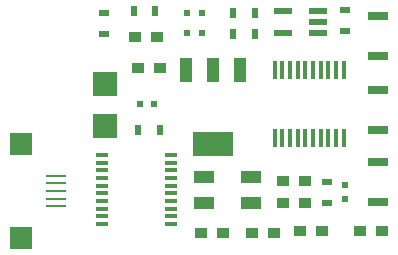
<source format=gtp>
G04*
G04 #@! TF.GenerationSoftware,Altium Limited,Altium Designer,19.0.10 (269)*
G04*
G04 Layer_Color=8421504*
%FSTAX25Y25*%
%MOIN*%
G70*
G01*
G75*
G04:AMPARAMS|DCode=21|XSize=59.84mil|YSize=16.14mil|CornerRadius=0.97mil|HoleSize=0mil|Usage=FLASHONLY|Rotation=90.000|XOffset=0mil|YOffset=0mil|HoleType=Round|Shape=RoundedRectangle|*
%AMROUNDEDRECTD21*
21,1,0.05984,0.01421,0,0,90.0*
21,1,0.05791,0.01614,0,0,90.0*
1,1,0.00194,0.00710,0.02895*
1,1,0.00194,0.00710,-0.02895*
1,1,0.00194,-0.00710,-0.02895*
1,1,0.00194,-0.00710,0.02895*
%
%ADD21ROUNDEDRECTD21*%
%ADD22R,0.02362X0.03543*%
%ADD23R,0.01968X0.02362*%
%ADD24R,0.04331X0.08465*%
%ADD25R,0.04331X0.08465*%
%ADD26R,0.13780X0.08465*%
%ADD27R,0.05906X0.02362*%
%ADD28R,0.03543X0.02362*%
%ADD29R,0.06693X0.03150*%
%ADD30R,0.02362X0.01968*%
%ADD31R,0.03937X0.03740*%
%ADD32R,0.07087X0.03937*%
%ADD33R,0.03900X0.01200*%
%ADD34R,0.08268X0.07874*%
%ADD35R,0.07480X0.07480*%
%ADD36R,0.07000X0.01000*%
D21*
X0304984Y0165398D02*
D03*
X0307543D02*
D03*
X0310102D02*
D03*
X0312661D02*
D03*
X031522D02*
D03*
X0317779D02*
D03*
X0320339D02*
D03*
X0322898D02*
D03*
X0325457D02*
D03*
X0328016D02*
D03*
Y0142602D02*
D03*
X0325457D02*
D03*
X0322898D02*
D03*
X0320339D02*
D03*
X0317779D02*
D03*
X031522D02*
D03*
X0312661D02*
D03*
X0310102D02*
D03*
X0307543D02*
D03*
X0304984D02*
D03*
D22*
X02912Y01845D02*
D03*
X0298349Y0184501D02*
D03*
X02912Y01775D02*
D03*
X0298349Y01775D02*
D03*
X02595Y01455D02*
D03*
X0266649Y0145501D02*
D03*
X0258Y0185D02*
D03*
X0265149Y0185001D02*
D03*
D23*
X028065Y0184501D02*
D03*
X027585D02*
D03*
X028065Y0177694D02*
D03*
X027585D02*
D03*
X02601Y0154D02*
D03*
X02649D02*
D03*
D24*
X0293555Y0165205D02*
D03*
X0275445D02*
D03*
D25*
X02845D02*
D03*
D26*
X02845Y0140795D02*
D03*
D27*
X0307689Y0177693D02*
D03*
Y0185173D02*
D03*
X03195D02*
D03*
Y0181433D02*
D03*
Y0177693D02*
D03*
D28*
X03285Y01855D02*
D03*
X0328501Y0178351D02*
D03*
X03225Y0121D02*
D03*
X0322499Y0128149D02*
D03*
X0248Y0184501D02*
D03*
X0248001Y0177352D02*
D03*
D29*
X03395Y0158693D02*
D03*
Y0145307D02*
D03*
Y0170007D02*
D03*
Y0183393D02*
D03*
Y0134693D02*
D03*
Y0121307D02*
D03*
D30*
X03285Y0122303D02*
D03*
Y0127103D02*
D03*
D31*
X03407Y0111803D02*
D03*
X03333D02*
D03*
X03078Y01285D02*
D03*
X03152D02*
D03*
X03078Y0121D02*
D03*
X03152D02*
D03*
X03207Y0111803D02*
D03*
X03133D02*
D03*
X02973Y0111D02*
D03*
X03047D02*
D03*
X02803D02*
D03*
X02877D02*
D03*
X02657Y01765D02*
D03*
X02583D02*
D03*
X0266786Y0166D02*
D03*
X0259386D02*
D03*
D32*
X0297248Y0129661D02*
D03*
X02815D02*
D03*
Y0121D02*
D03*
X0297248D02*
D03*
D33*
X0247513Y0113984D02*
D03*
Y0116543D02*
D03*
Y0119102D02*
D03*
Y0121661D02*
D03*
Y0124221D02*
D03*
Y0126779D02*
D03*
Y0129339D02*
D03*
Y0131898D02*
D03*
Y0134457D02*
D03*
Y0137016D02*
D03*
X0270487D02*
D03*
Y0134457D02*
D03*
Y0131898D02*
D03*
Y0129339D02*
D03*
Y0126779D02*
D03*
Y0124221D02*
D03*
Y0121661D02*
D03*
Y0119102D02*
D03*
Y0116543D02*
D03*
Y0113984D02*
D03*
D34*
X02483Y016082D02*
D03*
Y01466D02*
D03*
D35*
X0220316Y0109449D02*
D03*
Y0140551D02*
D03*
D36*
X0232Y012D02*
D03*
Y0122441D02*
D03*
Y0125D02*
D03*
Y0127559D02*
D03*
Y0130118D02*
D03*
M02*

</source>
